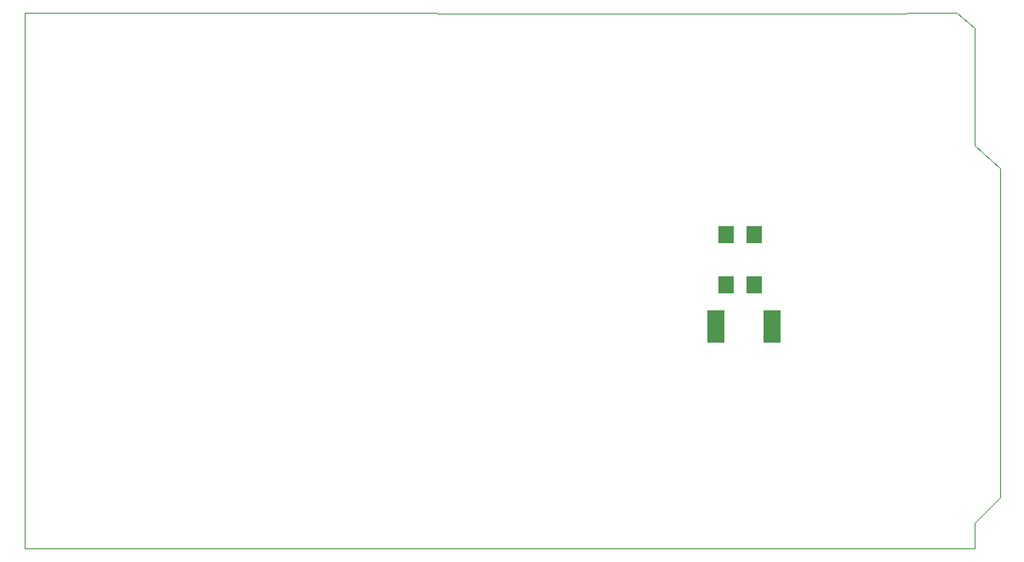
<source format=gbp>
G75*
%MOIN*%
%OFA0B0*%
%FSLAX25Y25*%
%IPPOS*%
%LPD*%
%AMOC8*
5,1,8,0,0,1.08239X$1,22.5*
%
%ADD10C,0.00000*%
%ADD11R,0.06299X0.07098*%
%ADD12R,0.06299X0.07087*%
%ADD13R,0.07087X0.12598*%
D10*
X0005000Y0005000D02*
X0005000Y0215000D01*
X0330921Y0214701D01*
X0370000Y0215000D01*
X0377000Y0209000D01*
X0377000Y0163000D01*
X0387000Y0154000D01*
X0387000Y0025000D01*
X0377000Y0015000D01*
X0377000Y0005000D01*
X0005000Y0005000D01*
D11*
X0279732Y0108520D03*
X0290929Y0108520D03*
D12*
X0290701Y0128071D03*
X0279677Y0128071D03*
D13*
X0275843Y0092189D03*
X0297890Y0092189D03*
M02*

</source>
